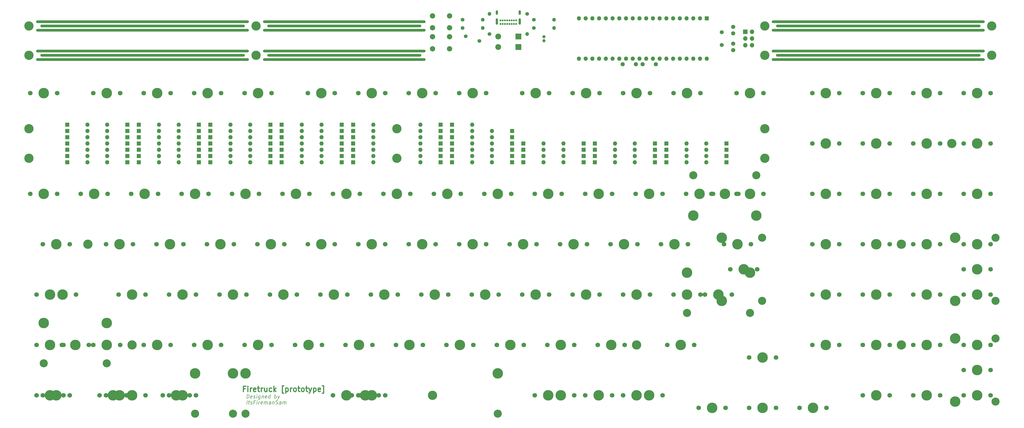
<source format=gbr>
%TF.GenerationSoftware,KiCad,Pcbnew,(6.0.0)*%
%TF.CreationDate,2022-03-15T20:57:22+01:00*%
%TF.ProjectId,pcb,7063622e-6b69-4636-9164-5f7063625858,rev?*%
%TF.SameCoordinates,Original*%
%TF.FileFunction,Soldermask,Top*%
%TF.FilePolarity,Negative*%
%FSLAX46Y46*%
G04 Gerber Fmt 4.6, Leading zero omitted, Abs format (unit mm)*
G04 Created by KiCad (PCBNEW (6.0.0)) date 2022-03-15 20:57:22*
%MOMM*%
%LPD*%
G01*
G04 APERTURE LIST*
%ADD10C,1.000000*%
%ADD11C,0.400000*%
%ADD12C,0.200000*%
%ADD13R,1.600000X1.600000*%
%ADD14O,1.600000X1.600000*%
%ADD15C,3.987800*%
%ADD16C,1.750000*%
%ADD17C,3.500001*%
%ADD18C,3.048000*%
%ADD19C,1.400000*%
%ADD20O,1.400000X1.400000*%
%ADD21C,1.500000*%
%ADD22C,2.000000*%
%ADD23R,1.700000X1.700000*%
%ADD24O,1.700000X1.700000*%
%ADD25C,1.600000*%
%ADD26R,2.200000X2.200000*%
%ADD27O,2.200000X2.200000*%
%ADD28C,0.700000*%
%ADD29O,0.900000X1.700000*%
%ADD30O,0.900000X2.400000*%
%ADD31C,1.200000*%
G04 APERTURE END LIST*
D10*
X467518750Y-146050000D02*
X388143750Y-146050000D01*
X254793750Y-144462500D02*
X197643750Y-144462500D01*
X388143750Y-131762500D02*
X467518750Y-131762500D01*
X388143750Y-134937500D02*
X467518750Y-134937500D01*
X254793750Y-133350000D02*
X197643750Y-133350000D01*
X465931250Y-133350000D02*
X389731250Y-133350000D01*
X196056250Y-134937500D02*
X256381250Y-134937500D01*
X465931250Y-144462500D02*
X389731250Y-144462500D01*
X188118750Y-133350000D02*
X111918750Y-133350000D01*
X110331250Y-131762500D02*
X189706250Y-131762500D01*
X388143750Y-142875000D02*
X467518750Y-142875000D01*
X189706250Y-146050000D02*
X110331250Y-146050000D01*
X196056250Y-146050000D02*
X256381250Y-146050000D01*
X110331250Y-134937500D02*
X189706250Y-134937500D01*
X256381250Y-142875000D02*
X196056250Y-142875000D01*
X256381250Y-131762500D02*
X196056250Y-131762500D01*
X188118750Y-144462500D02*
X111918750Y-144462500D01*
X110331250Y-142875000D02*
X189706250Y-142875000D01*
D11*
X188727857Y-270525892D02*
X188061190Y-270525892D01*
X188061190Y-271573511D02*
X188061190Y-269573511D01*
X189013571Y-269573511D01*
X189775476Y-271573511D02*
X189775476Y-270240178D01*
X189775476Y-269573511D02*
X189680238Y-269668750D01*
X189775476Y-269763988D01*
X189870714Y-269668750D01*
X189775476Y-269573511D01*
X189775476Y-269763988D01*
X190727857Y-271573511D02*
X190727857Y-270240178D01*
X190727857Y-270621130D02*
X190823095Y-270430654D01*
X190918333Y-270335416D01*
X191108809Y-270240178D01*
X191299285Y-270240178D01*
X192727857Y-271478273D02*
X192537380Y-271573511D01*
X192156428Y-271573511D01*
X191965952Y-271478273D01*
X191870714Y-271287797D01*
X191870714Y-270525892D01*
X191965952Y-270335416D01*
X192156428Y-270240178D01*
X192537380Y-270240178D01*
X192727857Y-270335416D01*
X192823095Y-270525892D01*
X192823095Y-270716369D01*
X191870714Y-270906845D01*
X193394523Y-270240178D02*
X194156428Y-270240178D01*
X193680238Y-269573511D02*
X193680238Y-271287797D01*
X193775476Y-271478273D01*
X193965952Y-271573511D01*
X194156428Y-271573511D01*
X194823095Y-271573511D02*
X194823095Y-270240178D01*
X194823095Y-270621130D02*
X194918333Y-270430654D01*
X195013571Y-270335416D01*
X195204047Y-270240178D01*
X195394523Y-270240178D01*
X196918333Y-270240178D02*
X196918333Y-271573511D01*
X196061190Y-270240178D02*
X196061190Y-271287797D01*
X196156428Y-271478273D01*
X196346904Y-271573511D01*
X196632619Y-271573511D01*
X196823095Y-271478273D01*
X196918333Y-271383035D01*
X198727857Y-271478273D02*
X198537380Y-271573511D01*
X198156428Y-271573511D01*
X197965952Y-271478273D01*
X197870714Y-271383035D01*
X197775476Y-271192559D01*
X197775476Y-270621130D01*
X197870714Y-270430654D01*
X197965952Y-270335416D01*
X198156428Y-270240178D01*
X198537380Y-270240178D01*
X198727857Y-270335416D01*
X199585000Y-271573511D02*
X199585000Y-269573511D01*
X199775476Y-270811607D02*
X200346904Y-271573511D01*
X200346904Y-270240178D02*
X199585000Y-271002083D01*
X203299285Y-272240178D02*
X202823095Y-272240178D01*
X202823095Y-269383035D01*
X203299285Y-269383035D01*
X204061190Y-270240178D02*
X204061190Y-272240178D01*
X204061190Y-270335416D02*
X204251666Y-270240178D01*
X204632619Y-270240178D01*
X204823095Y-270335416D01*
X204918333Y-270430654D01*
X205013571Y-270621130D01*
X205013571Y-271192559D01*
X204918333Y-271383035D01*
X204823095Y-271478273D01*
X204632619Y-271573511D01*
X204251666Y-271573511D01*
X204061190Y-271478273D01*
X205870714Y-271573511D02*
X205870714Y-270240178D01*
X205870714Y-270621130D02*
X205965952Y-270430654D01*
X206061190Y-270335416D01*
X206251666Y-270240178D01*
X206442142Y-270240178D01*
X207394523Y-271573511D02*
X207204047Y-271478273D01*
X207108809Y-271383035D01*
X207013571Y-271192559D01*
X207013571Y-270621130D01*
X207108809Y-270430654D01*
X207204047Y-270335416D01*
X207394523Y-270240178D01*
X207680238Y-270240178D01*
X207870714Y-270335416D01*
X207965952Y-270430654D01*
X208061190Y-270621130D01*
X208061190Y-271192559D01*
X207965952Y-271383035D01*
X207870714Y-271478273D01*
X207680238Y-271573511D01*
X207394523Y-271573511D01*
X208632619Y-270240178D02*
X209394523Y-270240178D01*
X208918333Y-269573511D02*
X208918333Y-271287797D01*
X209013571Y-271478273D01*
X209204047Y-271573511D01*
X209394523Y-271573511D01*
X210346904Y-271573511D02*
X210156428Y-271478273D01*
X210061190Y-271383035D01*
X209965952Y-271192559D01*
X209965952Y-270621130D01*
X210061190Y-270430654D01*
X210156428Y-270335416D01*
X210346904Y-270240178D01*
X210632619Y-270240178D01*
X210823095Y-270335416D01*
X210918333Y-270430654D01*
X211013571Y-270621130D01*
X211013571Y-271192559D01*
X210918333Y-271383035D01*
X210823095Y-271478273D01*
X210632619Y-271573511D01*
X210346904Y-271573511D01*
X211585000Y-270240178D02*
X212346904Y-270240178D01*
X211870714Y-269573511D02*
X211870714Y-271287797D01*
X211965952Y-271478273D01*
X212156428Y-271573511D01*
X212346904Y-271573511D01*
X212823095Y-270240178D02*
X213299285Y-271573511D01*
X213775476Y-270240178D02*
X213299285Y-271573511D01*
X213108809Y-272049702D01*
X213013571Y-272144940D01*
X212823095Y-272240178D01*
X214537380Y-270240178D02*
X214537380Y-272240178D01*
X214537380Y-270335416D02*
X214727857Y-270240178D01*
X215108809Y-270240178D01*
X215299285Y-270335416D01*
X215394523Y-270430654D01*
X215489761Y-270621130D01*
X215489761Y-271192559D01*
X215394523Y-271383035D01*
X215299285Y-271478273D01*
X215108809Y-271573511D01*
X214727857Y-271573511D01*
X214537380Y-271478273D01*
X217108809Y-271478273D02*
X216918333Y-271573511D01*
X216537380Y-271573511D01*
X216346904Y-271478273D01*
X216251666Y-271287797D01*
X216251666Y-270525892D01*
X216346904Y-270335416D01*
X216537380Y-270240178D01*
X216918333Y-270240178D01*
X217108809Y-270335416D01*
X217204047Y-270525892D01*
X217204047Y-270716369D01*
X216251666Y-270906845D01*
X217870714Y-272240178D02*
X218346904Y-272240178D01*
X218346904Y-269383035D01*
X217870714Y-269383035D01*
D12*
X189384166Y-274143833D02*
X189559166Y-272743833D01*
X189892500Y-272743833D01*
X190084166Y-272810500D01*
X190200833Y-272943833D01*
X190250833Y-273077166D01*
X190284166Y-273343833D01*
X190259166Y-273543833D01*
X190159166Y-273810500D01*
X190075833Y-273943833D01*
X189925833Y-274077166D01*
X189717500Y-274143833D01*
X189384166Y-274143833D01*
X191325833Y-274077166D02*
X191184166Y-274143833D01*
X190917500Y-274143833D01*
X190792500Y-274077166D01*
X190742500Y-273943833D01*
X190809166Y-273410500D01*
X190892500Y-273277166D01*
X191034166Y-273210500D01*
X191300833Y-273210500D01*
X191425833Y-273277166D01*
X191475833Y-273410500D01*
X191459166Y-273543833D01*
X190775833Y-273677166D01*
X191925833Y-274077166D02*
X192050833Y-274143833D01*
X192317500Y-274143833D01*
X192459166Y-274077166D01*
X192542500Y-273943833D01*
X192550833Y-273877166D01*
X192500833Y-273743833D01*
X192375833Y-273677166D01*
X192175833Y-273677166D01*
X192050833Y-273610500D01*
X192000833Y-273477166D01*
X192009166Y-273410500D01*
X192092500Y-273277166D01*
X192234166Y-273210500D01*
X192434166Y-273210500D01*
X192559166Y-273277166D01*
X193117500Y-274143833D02*
X193234166Y-273210500D01*
X193292500Y-272743833D02*
X193217500Y-272810500D01*
X193275833Y-272877166D01*
X193350833Y-272810500D01*
X193292500Y-272743833D01*
X193275833Y-272877166D01*
X194500833Y-273210500D02*
X194359166Y-274343833D01*
X194275833Y-274477166D01*
X194200833Y-274543833D01*
X194059166Y-274610500D01*
X193859166Y-274610500D01*
X193734166Y-274543833D01*
X194392500Y-274077166D02*
X194250833Y-274143833D01*
X193984166Y-274143833D01*
X193859166Y-274077166D01*
X193800833Y-274010500D01*
X193750833Y-273877166D01*
X193800833Y-273477166D01*
X193884166Y-273343833D01*
X193959166Y-273277166D01*
X194100833Y-273210500D01*
X194367500Y-273210500D01*
X194492500Y-273277166D01*
X195167500Y-273210500D02*
X195050833Y-274143833D01*
X195150833Y-273343833D02*
X195225833Y-273277166D01*
X195367500Y-273210500D01*
X195567500Y-273210500D01*
X195692500Y-273277166D01*
X195742500Y-273410500D01*
X195650833Y-274143833D01*
X196859166Y-274077166D02*
X196717500Y-274143833D01*
X196450833Y-274143833D01*
X196325833Y-274077166D01*
X196275833Y-273943833D01*
X196342500Y-273410500D01*
X196425833Y-273277166D01*
X196567500Y-273210500D01*
X196834166Y-273210500D01*
X196959166Y-273277166D01*
X197009166Y-273410500D01*
X196992500Y-273543833D01*
X196309166Y-273677166D01*
X198117500Y-274143833D02*
X198292500Y-272743833D01*
X198125833Y-274077166D02*
X197984166Y-274143833D01*
X197717500Y-274143833D01*
X197592500Y-274077166D01*
X197534166Y-274010500D01*
X197484166Y-273877166D01*
X197534166Y-273477166D01*
X197617500Y-273343833D01*
X197692500Y-273277166D01*
X197834166Y-273210500D01*
X198100833Y-273210500D01*
X198225833Y-273277166D01*
X199850833Y-274143833D02*
X200025833Y-272743833D01*
X199959166Y-273277166D02*
X200100833Y-273210500D01*
X200367500Y-273210500D01*
X200492500Y-273277166D01*
X200550833Y-273343833D01*
X200600833Y-273477166D01*
X200550833Y-273877166D01*
X200467500Y-274010500D01*
X200392500Y-274077166D01*
X200250833Y-274143833D01*
X199984166Y-274143833D01*
X199859166Y-274077166D01*
X201100833Y-273210500D02*
X201317500Y-274143833D01*
X201767500Y-273210500D02*
X201317500Y-274143833D01*
X201142500Y-274477166D01*
X201067500Y-274543833D01*
X200925833Y-274610500D01*
X189384166Y-276397833D02*
X189559166Y-274997833D01*
X189967500Y-275464500D02*
X190500833Y-275464500D01*
X190225833Y-274997833D02*
X190075833Y-276197833D01*
X190125833Y-276331166D01*
X190250833Y-276397833D01*
X190384166Y-276397833D01*
X190792500Y-276331166D02*
X190917500Y-276397833D01*
X191184166Y-276397833D01*
X191325833Y-276331166D01*
X191409166Y-276197833D01*
X191417500Y-276131166D01*
X191367500Y-275997833D01*
X191242500Y-275931166D01*
X191042500Y-275931166D01*
X190917500Y-275864500D01*
X190867500Y-275731166D01*
X190875833Y-275664500D01*
X190959166Y-275531166D01*
X191100833Y-275464500D01*
X191300833Y-275464500D01*
X191425833Y-275531166D01*
X192542500Y-275664500D02*
X192075833Y-275664500D01*
X191984166Y-276397833D02*
X192159166Y-274997833D01*
X192825833Y-274997833D01*
X193184166Y-276397833D02*
X193300833Y-275464500D01*
X193359166Y-274997833D02*
X193284166Y-275064500D01*
X193342500Y-275131166D01*
X193417500Y-275064500D01*
X193359166Y-274997833D01*
X193342500Y-275131166D01*
X193850833Y-276397833D02*
X193967500Y-275464500D01*
X193934166Y-275731166D02*
X194017500Y-275597833D01*
X194092500Y-275531166D01*
X194234166Y-275464500D01*
X194367500Y-275464500D01*
X195259166Y-276331166D02*
X195117500Y-276397833D01*
X194850833Y-276397833D01*
X194725833Y-276331166D01*
X194675833Y-276197833D01*
X194742500Y-275664500D01*
X194825833Y-275531166D01*
X194967500Y-275464500D01*
X195234166Y-275464500D01*
X195359166Y-275531166D01*
X195409166Y-275664500D01*
X195392500Y-275797833D01*
X194709166Y-275931166D01*
X195917500Y-276397833D02*
X196034166Y-275464500D01*
X196017500Y-275597833D02*
X196092500Y-275531166D01*
X196234166Y-275464500D01*
X196434166Y-275464500D01*
X196559166Y-275531166D01*
X196609166Y-275664500D01*
X196517500Y-276397833D01*
X196609166Y-275664500D02*
X196692500Y-275531166D01*
X196834166Y-275464500D01*
X197034166Y-275464500D01*
X197159166Y-275531166D01*
X197209166Y-275664500D01*
X197117500Y-276397833D01*
X198384166Y-276397833D02*
X198475833Y-275664500D01*
X198425833Y-275531166D01*
X198300833Y-275464500D01*
X198034166Y-275464500D01*
X197892500Y-275531166D01*
X198392500Y-276331166D02*
X198250833Y-276397833D01*
X197917500Y-276397833D01*
X197792500Y-276331166D01*
X197742500Y-276197833D01*
X197759166Y-276064500D01*
X197842500Y-275931166D01*
X197984166Y-275864500D01*
X198317500Y-275864500D01*
X198459166Y-275797833D01*
X199167500Y-275464500D02*
X199050833Y-276397833D01*
X199150833Y-275597833D02*
X199225833Y-275531166D01*
X199367500Y-275464500D01*
X199567500Y-275464500D01*
X199692500Y-275531166D01*
X199742500Y-275664500D01*
X199650833Y-276397833D01*
X200259166Y-276331166D02*
X200450833Y-276397833D01*
X200784166Y-276397833D01*
X200925833Y-276331166D01*
X201000833Y-276264500D01*
X201084166Y-276131166D01*
X201100833Y-275997833D01*
X201050833Y-275864500D01*
X200992500Y-275797833D01*
X200867500Y-275731166D01*
X200609166Y-275664500D01*
X200484166Y-275597833D01*
X200425833Y-275531166D01*
X200375833Y-275397833D01*
X200392500Y-275264500D01*
X200475833Y-275131166D01*
X200550833Y-275064500D01*
X200692500Y-274997833D01*
X201025833Y-274997833D01*
X201217500Y-275064500D01*
X202250833Y-276397833D02*
X202342500Y-275664500D01*
X202292500Y-275531166D01*
X202167500Y-275464500D01*
X201900833Y-275464500D01*
X201759166Y-275531166D01*
X202259166Y-276331166D02*
X202117500Y-276397833D01*
X201784166Y-276397833D01*
X201659166Y-276331166D01*
X201609166Y-276197833D01*
X201625833Y-276064500D01*
X201709166Y-275931166D01*
X201850833Y-275864500D01*
X202184166Y-275864500D01*
X202325833Y-275797833D01*
X202917500Y-276397833D02*
X203034166Y-275464500D01*
X203017500Y-275597833D02*
X203092500Y-275531166D01*
X203234166Y-275464500D01*
X203434166Y-275464500D01*
X203559166Y-275531166D01*
X203609166Y-275664500D01*
X203517500Y-276397833D01*
X203609166Y-275664500D02*
X203692500Y-275531166D01*
X203834166Y-275464500D01*
X204034166Y-275464500D01*
X204159166Y-275531166D01*
X204209166Y-275664500D01*
X204117500Y-276397833D01*
D13*
%TO.C,D104*%
X289560000Y-182562500D03*
D14*
X281940000Y-182562500D03*
%TD*%
D15*
%TO.C,SW22*%
X465137500Y-177800000D03*
D16*
X460057500Y-177800000D03*
X470217500Y-177800000D03*
%TD*%
D17*
%TO.C,MH2*%
X259556250Y-273050000D03*
%TD*%
D15*
%TO.C,SW106*%
X303212500Y-273050000D03*
D16*
X298132500Y-273050000D03*
X308292500Y-273050000D03*
%TD*%
D15*
%TO.C,SW122*%
X236537500Y-273050000D03*
D18*
X284162500Y-280035000D03*
X188912500Y-280035000D03*
D15*
X188912500Y-264795000D03*
D16*
X241617500Y-273050000D03*
D15*
X284162500Y-264795000D03*
D16*
X231457500Y-273050000D03*
%TD*%
D13*
%TO.C,D14*%
X121602500Y-184943750D03*
D14*
X129222500Y-184943750D03*
%TD*%
D13*
%TO.C,D79*%
X262572500Y-182562500D03*
D14*
X254952500Y-182562500D03*
%TD*%
D13*
%TO.C,D75*%
X347821250Y-180181250D03*
D14*
X355441250Y-180181250D03*
%TD*%
D13*
%TO.C,D62*%
X225266250Y-182562500D03*
D14*
X217646250Y-182562500D03*
%TD*%
D16*
%TO.C,SW48*%
X212407500Y-215900000D03*
X222567500Y-215900000D03*
D15*
X217487500Y-215900000D03*
%TD*%
D17*
%TO.C,MH2*%
X246062500Y-183356250D03*
%TD*%
D13*
%TO.C,D30*%
X148590000Y-175418750D03*
D14*
X156210000Y-175418750D03*
%TD*%
D13*
%TO.C,D22*%
X316547500Y-184943750D03*
D14*
X308927500Y-184943750D03*
%TD*%
D17*
%TO.C,MH2*%
X470693750Y-144462500D03*
%TD*%
D13*
%TO.C,D31*%
X171291250Y-175418750D03*
D14*
X163671250Y-175418750D03*
%TD*%
D17*
%TO.C,MH2*%
X107156250Y-183356250D03*
%TD*%
D15*
%TO.C,SW82*%
X136525000Y-245745000D03*
X112712500Y-245745000D03*
D16*
X129698750Y-254000000D03*
D15*
X124618750Y-254000000D03*
D18*
X136525000Y-260985000D03*
D16*
X119538750Y-254000000D03*
D18*
X112712500Y-260985000D03*
%TD*%
D16*
%TO.C,SW47*%
X193357500Y-215900000D03*
D15*
X198437500Y-215900000D03*
D16*
X203517500Y-215900000D03*
%TD*%
D19*
%TO.C,R5*%
X297815000Y-130968750D03*
D20*
X305435000Y-130968750D03*
%TD*%
D16*
%TO.C,SW49*%
X241617500Y-215900000D03*
X231457500Y-215900000D03*
D15*
X236537500Y-215900000D03*
%TD*%
D17*
%TO.C,MH2*%
X384968750Y-172243750D03*
%TD*%
D13*
%TO.C,D102*%
X289560000Y-180181250D03*
D14*
X281940000Y-180181250D03*
%TD*%
D16*
%TO.C,SW108*%
X346392500Y-273050000D03*
D15*
X341312500Y-273050000D03*
D16*
X336232500Y-273050000D03*
%TD*%
%TO.C,SW7*%
X231457500Y-158750000D03*
X241617500Y-158750000D03*
D15*
X236537500Y-158750000D03*
%TD*%
D16*
%TO.C,SW102*%
X120173750Y-273050000D03*
D15*
X115093750Y-273050000D03*
D16*
X110013750Y-273050000D03*
%TD*%
D13*
%TO.C,D72*%
X225266250Y-170656250D03*
D14*
X217646250Y-170656250D03*
%TD*%
D13*
%TO.C,D27*%
X171291250Y-180181250D03*
D14*
X163671250Y-180181250D03*
%TD*%
D13*
%TO.C,D1*%
X144303750Y-170656250D03*
D14*
X136683750Y-170656250D03*
%TD*%
D15*
%TO.C,SW58*%
X427037500Y-215900000D03*
D16*
X432117500Y-215900000D03*
X421957500Y-215900000D03*
%TD*%
D13*
%TO.C,D84*%
X229552500Y-184943750D03*
D14*
X237172500Y-184943750D03*
%TD*%
D15*
%TO.C,SW113*%
X446087500Y-273050000D03*
D16*
X441007500Y-273050000D03*
X451167500Y-273050000D03*
%TD*%
D13*
%TO.C,D107*%
X289560000Y-173037500D03*
D14*
X281940000Y-173037500D03*
%TD*%
D15*
%TO.C,SW61*%
X456882500Y-237363000D03*
D16*
X460057500Y-225425000D03*
D15*
X465137500Y-225425000D03*
D18*
X472122500Y-213487000D03*
D16*
X470217500Y-225425000D03*
D18*
X472122500Y-237363000D03*
D15*
X456882500Y-213487000D03*
%TD*%
D16*
%TO.C,SW5*%
X198755000Y-158750000D03*
D15*
X193675000Y-158750000D03*
D16*
X188595000Y-158750000D03*
%TD*%
D13*
%TO.C,D3*%
X144303750Y-184943750D03*
D14*
X136683750Y-184943750D03*
%TD*%
D15*
%TO.C,SW111*%
X403225000Y-277812500D03*
D16*
X398145000Y-277812500D03*
X408305000Y-277812500D03*
%TD*%
D13*
%TO.C,D32*%
X148590000Y-177800000D03*
D14*
X156210000Y-177800000D03*
%TD*%
D16*
%TO.C,SW38*%
X384492500Y-196850000D03*
D15*
X379412500Y-196850000D03*
D16*
X374332500Y-196850000D03*
%TD*%
%TO.C,SW87*%
X217805000Y-254000000D03*
X207645000Y-254000000D03*
D15*
X212725000Y-254000000D03*
%TD*%
D16*
%TO.C,SW78*%
X441007500Y-234950000D03*
D15*
X446087500Y-234950000D03*
D16*
X451167500Y-234950000D03*
%TD*%
%TO.C,SW97*%
X421957500Y-254000000D03*
X432117500Y-254000000D03*
D15*
X427037500Y-254000000D03*
%TD*%
D19*
%TO.C,R3*%
X280987500Y-136366250D03*
D20*
X280987500Y-128746250D03*
%TD*%
D17*
%TO.C,MH2*%
X107156250Y-133350000D03*
%TD*%
D13*
%TO.C,D57*%
X343535000Y-180181250D03*
D14*
X335915000Y-180181250D03*
%TD*%
D13*
%TO.C,D103*%
X266858750Y-177800000D03*
D14*
X274478750Y-177800000D03*
%TD*%
D21*
%TO.C,Y1*%
X368756250Y-140562500D03*
X368756250Y-135682500D03*
%TD*%
D16*
%TO.C,SW32*%
X270192500Y-196850000D03*
X260032500Y-196850000D03*
D15*
X265112500Y-196850000D03*
%TD*%
D16*
%TO.C,SW86*%
X188595000Y-254000000D03*
D15*
X193675000Y-254000000D03*
D16*
X198755000Y-254000000D03*
%TD*%
D13*
%TO.C,D91*%
X370522500Y-177800000D03*
D14*
X362902500Y-177800000D03*
%TD*%
D16*
%TO.C,SW34*%
X298132500Y-196850000D03*
X308292500Y-196850000D03*
D15*
X303212500Y-196850000D03*
%TD*%
%TO.C,SW52*%
X293687500Y-215900000D03*
D16*
X288607500Y-215900000D03*
X298767500Y-215900000D03*
%TD*%
%TO.C,SW54*%
X336867500Y-215900000D03*
D15*
X331787500Y-215900000D03*
D16*
X326707500Y-215900000D03*
%TD*%
D13*
%TO.C,D82*%
X229552500Y-182562500D03*
D14*
X237172500Y-182562500D03*
%TD*%
D15*
%TO.C,SW20*%
X427037500Y-177800000D03*
D16*
X432117500Y-177800000D03*
X421957500Y-177800000D03*
%TD*%
%TO.C,SW15*%
X402907500Y-158750000D03*
X413067500Y-158750000D03*
D15*
X407987500Y-158750000D03*
%TD*%
D13*
%TO.C,D12*%
X121602500Y-182562500D03*
D14*
X129222500Y-182562500D03*
%TD*%
D16*
%TO.C,SW37*%
X364807500Y-196850000D03*
D15*
X369887500Y-196850000D03*
D16*
X374967500Y-196850000D03*
D15*
X357981250Y-205105000D03*
D18*
X357981250Y-189865000D03*
X381793750Y-189865000D03*
D15*
X381793750Y-205105000D03*
%TD*%
D13*
%TO.C,D93*%
X370522500Y-182562500D03*
D14*
X362902500Y-182562500D03*
%TD*%
D22*
%TO.C,SW124*%
X265981250Y-134012500D03*
X259481250Y-134012500D03*
X265981250Y-129512500D03*
X259481250Y-129512500D03*
%TD*%
D15*
%TO.C,SW3*%
X155575000Y-158750000D03*
D16*
X160655000Y-158750000D03*
X150495000Y-158750000D03*
%TD*%
D13*
%TO.C,D63*%
X202565000Y-182562500D03*
D14*
X210185000Y-182562500D03*
%TD*%
D13*
%TO.C,D86*%
X229552500Y-173037500D03*
D14*
X237172500Y-173037500D03*
%TD*%
D15*
%TO.C,SW30*%
X227012500Y-196850000D03*
D16*
X221932500Y-196850000D03*
X232092500Y-196850000D03*
%TD*%
D13*
%TO.C,D36*%
X148590000Y-182562500D03*
D14*
X156210000Y-182562500D03*
%TD*%
D15*
%TO.C,SW31*%
X246062500Y-196850000D03*
D16*
X240982500Y-196850000D03*
X251142500Y-196850000D03*
%TD*%
D13*
%TO.C,D8*%
X121602500Y-177800000D03*
D14*
X129222500Y-177800000D03*
%TD*%
D16*
%TO.C,SW69*%
X236220000Y-234950000D03*
X246380000Y-234950000D03*
D15*
X241300000Y-234950000D03*
%TD*%
D13*
%TO.C,D21*%
X316547500Y-182562500D03*
D14*
X308927500Y-182562500D03*
%TD*%
D13*
%TO.C,D80*%
X229552500Y-180181250D03*
D14*
X237172500Y-180181250D03*
%TD*%
D13*
%TO.C,D78*%
X229552500Y-177800000D03*
D14*
X237172500Y-177800000D03*
%TD*%
D15*
%TO.C,SW94*%
X353218750Y-254000000D03*
D16*
X358298750Y-254000000D03*
X348138750Y-254000000D03*
%TD*%
%TO.C,SW11*%
X322580000Y-158750000D03*
D15*
X317500000Y-158750000D03*
D16*
X312420000Y-158750000D03*
%TD*%
%TO.C,SW107*%
X327342500Y-273050000D03*
X317182500Y-273050000D03*
D15*
X322262500Y-273050000D03*
%TD*%
D13*
%TO.C,D96*%
X289560000Y-184943750D03*
D14*
X281940000Y-184943750D03*
%TD*%
D16*
%TO.C,SW116*%
X146367500Y-273050000D03*
X136207500Y-273050000D03*
D15*
X141287500Y-273050000D03*
%TD*%
%TO.C,SW95*%
X384175000Y-258762500D03*
D16*
X389255000Y-258762500D03*
X379095000Y-258762500D03*
%TD*%
%TO.C,SW51*%
X269557500Y-215900000D03*
D15*
X274637500Y-215900000D03*
D16*
X279717500Y-215900000D03*
%TD*%
%TO.C,SW45*%
X155257500Y-215900000D03*
D15*
X160337500Y-215900000D03*
D16*
X165417500Y-215900000D03*
%TD*%
D17*
%TO.C,MH2*%
X192881250Y-133350000D03*
%TD*%
D13*
%TO.C,D73*%
X347821250Y-184943750D03*
D14*
X355441250Y-184943750D03*
%TD*%
D17*
%TO.C,MH2*%
X436562500Y-215900000D03*
%TD*%
D16*
%TO.C,SW14*%
X384492500Y-158750000D03*
D15*
X379412500Y-158750000D03*
D16*
X374332500Y-158750000D03*
%TD*%
D13*
%TO.C,D88*%
X229552500Y-175418750D03*
D14*
X237172500Y-175418750D03*
%TD*%
D15*
%TO.C,SW35*%
X322262500Y-196850000D03*
D16*
X317182500Y-196850000D03*
X327342500Y-196850000D03*
%TD*%
%TO.C,SW41*%
X451167500Y-196850000D03*
X441007500Y-196850000D03*
D15*
X446087500Y-196850000D03*
%TD*%
D13*
%TO.C,D50*%
X198278750Y-175418750D03*
D14*
X190658750Y-175418750D03*
%TD*%
D15*
%TO.C,SW39*%
X407987500Y-196850000D03*
D16*
X402907500Y-196850000D03*
X413067500Y-196850000D03*
%TD*%
D23*
%TO.C,J2*%
X377656250Y-135587500D03*
D24*
X380196250Y-135587500D03*
X377656250Y-138127500D03*
X380196250Y-138127500D03*
X377656250Y-140667500D03*
X380196250Y-140667500D03*
%TD*%
D15*
%TO.C,SW85*%
X174625000Y-254000000D03*
D16*
X179705000Y-254000000D03*
X169545000Y-254000000D03*
%TD*%
D13*
%TO.C,D83*%
X262572500Y-177800000D03*
D14*
X254952500Y-177800000D03*
%TD*%
D15*
%TO.C,SW21*%
X446087500Y-177800000D03*
D16*
X451167500Y-177800000D03*
X441007500Y-177800000D03*
%TD*%
D13*
%TO.C,D9*%
X144303750Y-177800000D03*
D14*
X136683750Y-177800000D03*
%TD*%
D15*
%TO.C,SW93*%
X327025000Y-254000000D03*
D16*
X321945000Y-254000000D03*
X332105000Y-254000000D03*
%TD*%
%TO.C,SW71*%
X274320000Y-234950000D03*
X284480000Y-234950000D03*
D15*
X279400000Y-234950000D03*
%TD*%
D13*
%TO.C,D47*%
X175577500Y-170656250D03*
D14*
X183197500Y-170656250D03*
%TD*%
D15*
%TO.C,SW121*%
X146050000Y-273050000D03*
D16*
X151130000Y-273050000D03*
X140970000Y-273050000D03*
%TD*%
%TO.C,SW6*%
X222567500Y-158750000D03*
D15*
X217487500Y-158750000D03*
D16*
X212407500Y-158750000D03*
%TD*%
%TO.C,SW33*%
X279082500Y-196850000D03*
D15*
X284162500Y-196850000D03*
D16*
X289242500Y-196850000D03*
%TD*%
D25*
%TO.C,C4*%
X373062500Y-142537500D03*
X373062500Y-140037500D03*
%TD*%
D13*
%TO.C,U1*%
X363056250Y-130487500D03*
D14*
X360516250Y-130487500D03*
X357976250Y-130487500D03*
X355436250Y-130487500D03*
X352896250Y-130487500D03*
X350356250Y-130487500D03*
X347816250Y-130487500D03*
X345276250Y-130487500D03*
X342736250Y-130487500D03*
X340196250Y-130487500D03*
X337656250Y-130487500D03*
X335116250Y-130487500D03*
X332576250Y-130487500D03*
X330036250Y-130487500D03*
X327496250Y-130487500D03*
X324956250Y-130487500D03*
X322416250Y-130487500D03*
X319876250Y-130487500D03*
X317336250Y-130487500D03*
X314796250Y-130487500D03*
X314796250Y-145727500D03*
X317336250Y-145727500D03*
X319876250Y-145727500D03*
X322416250Y-145727500D03*
X324956250Y-145727500D03*
X327496250Y-145727500D03*
X330036250Y-145727500D03*
X332576250Y-145727500D03*
X335116250Y-145727500D03*
X337656250Y-145727500D03*
X340196250Y-145727500D03*
X342736250Y-145727500D03*
X345276250Y-145727500D03*
X347816250Y-145727500D03*
X350356250Y-145727500D03*
X352896250Y-145727500D03*
X355436250Y-145727500D03*
X357976250Y-145727500D03*
X360516250Y-145727500D03*
X363056250Y-145727500D03*
%TD*%
D16*
%TO.C,SW88*%
X226695000Y-254000000D03*
D15*
X231775000Y-254000000D03*
D16*
X236855000Y-254000000D03*
%TD*%
D13*
%TO.C,D74*%
X347821250Y-182562500D03*
D14*
X355441250Y-182562500D03*
%TD*%
D13*
%TO.C,D4*%
X121602500Y-173037500D03*
D14*
X129222500Y-173037500D03*
%TD*%
D15*
%TO.C,SW120*%
X336550000Y-273050000D03*
D16*
X341630000Y-273050000D03*
X331470000Y-273050000D03*
%TD*%
D15*
%TO.C,SW105*%
X184156350Y-264795000D03*
D18*
X284156150Y-280035000D03*
D16*
X229076250Y-273050000D03*
X239236250Y-273050000D03*
D15*
X284156150Y-264795000D03*
X234156250Y-273050000D03*
D18*
X184156350Y-280035000D03*
%TD*%
D16*
%TO.C,SW64*%
X140970000Y-234950000D03*
X151130000Y-234950000D03*
D15*
X146050000Y-234950000D03*
%TD*%
D16*
%TO.C,SW70*%
X255270000Y-234950000D03*
D15*
X260350000Y-234950000D03*
D16*
X265430000Y-234950000D03*
%TD*%
D13*
%TO.C,D100*%
X289560000Y-177800000D03*
D14*
X281940000Y-177800000D03*
%TD*%
D13*
%TO.C,D65*%
X202565000Y-184943750D03*
D14*
X210185000Y-184943750D03*
%TD*%
D15*
%TO.C,SW59*%
X446087500Y-215900000D03*
D16*
X441007500Y-215900000D03*
X451167500Y-215900000D03*
%TD*%
D15*
%TO.C,SW8*%
X255587500Y-158750000D03*
D16*
X250507500Y-158750000D03*
X260667500Y-158750000D03*
%TD*%
D17*
%TO.C,MH2*%
X146050000Y-254000000D03*
%TD*%
D16*
%TO.C,SW68*%
X217170000Y-234950000D03*
D15*
X222250000Y-234950000D03*
D16*
X227330000Y-234950000D03*
%TD*%
D13*
%TO.C,D70*%
X225266250Y-173037500D03*
D14*
X217646250Y-173037500D03*
%TD*%
D16*
%TO.C,SW73*%
X312420000Y-234950000D03*
D15*
X317500000Y-234950000D03*
D16*
X322580000Y-234950000D03*
%TD*%
D26*
%TO.C,D109*%
X291941250Y-137318750D03*
D27*
X284321250Y-137318750D03*
%TD*%
D16*
%TO.C,SW110*%
X389255000Y-277812500D03*
X379095000Y-277812500D03*
D15*
X384175000Y-277812500D03*
%TD*%
D19*
%TO.C,R4*%
X297815000Y-134143750D03*
D20*
X305435000Y-134143750D03*
%TD*%
D13*
%TO.C,D28*%
X148590000Y-173037500D03*
D14*
X156210000Y-173037500D03*
%TD*%
D15*
%TO.C,SW119*%
X307975000Y-273050000D03*
D16*
X302895000Y-273050000D03*
X313055000Y-273050000D03*
%TD*%
%TO.C,SW66*%
X179070000Y-234950000D03*
X189230000Y-234950000D03*
D15*
X184150000Y-234950000D03*
%TD*%
D13*
%TO.C,D71*%
X202565000Y-177800000D03*
D14*
X210185000Y-177800000D03*
%TD*%
D16*
%TO.C,SW53*%
X317817500Y-215900000D03*
D15*
X312737500Y-215900000D03*
D16*
X307657500Y-215900000D03*
%TD*%
D15*
%TO.C,SW80*%
X115093750Y-234950000D03*
D16*
X120173750Y-234950000D03*
X110013750Y-234950000D03*
%TD*%
D25*
%TO.C,C3*%
X336308129Y-147870000D03*
X331308129Y-147870000D03*
%TD*%
D16*
%TO.C,SW42*%
X460057500Y-196850000D03*
X470217500Y-196850000D03*
D15*
X465137500Y-196850000D03*
%TD*%
D13*
%TO.C,D77*%
X262572500Y-184943750D03*
D14*
X254952500Y-184943750D03*
%TD*%
D16*
%TO.C,SW18*%
X470217500Y-158750000D03*
D15*
X465137500Y-158750000D03*
D16*
X460057500Y-158750000D03*
%TD*%
D13*
%TO.C,D40*%
X320833750Y-180181250D03*
D14*
X328453750Y-180181250D03*
%TD*%
D16*
%TO.C,SW98*%
X441007500Y-254000000D03*
X451167500Y-254000000D03*
D15*
X446087500Y-254000000D03*
%TD*%
D28*
%TO.C,J1*%
X291106250Y-132612500D03*
X290256250Y-132612500D03*
X289406250Y-132612500D03*
X288556250Y-132612500D03*
X287706250Y-132612500D03*
X286856250Y-132612500D03*
X286006250Y-132612500D03*
X285156250Y-132612500D03*
X285156250Y-131262500D03*
X286006250Y-131262500D03*
X286856250Y-131262500D03*
X287706250Y-131262500D03*
X288556250Y-131262500D03*
X289406250Y-131262500D03*
X290256250Y-131262500D03*
X291106250Y-131262500D03*
D29*
X283806250Y-128252500D03*
D30*
X283806250Y-131632500D03*
X292456250Y-131632500D03*
D29*
X292456250Y-128252500D03*
%TD*%
D16*
%TO.C,SW77*%
X421957500Y-234950000D03*
X432117500Y-234950000D03*
D15*
X427037500Y-234950000D03*
%TD*%
D16*
%TO.C,SW76*%
X413067500Y-234950000D03*
X402907500Y-234950000D03*
D15*
X407987500Y-234950000D03*
%TD*%
D13*
%TO.C,D5*%
X144303750Y-182562500D03*
D14*
X136683750Y-182562500D03*
%TD*%
D15*
%TO.C,SW81*%
X355600000Y-234950000D03*
D16*
X350520000Y-234950000D03*
X360680000Y-234950000D03*
%TD*%
D17*
%TO.C,MH2*%
X384968750Y-183356250D03*
%TD*%
D16*
%TO.C,SW103*%
X143986250Y-273050000D03*
D15*
X138906250Y-273050000D03*
D16*
X133826250Y-273050000D03*
%TD*%
D13*
%TO.C,D48*%
X198278750Y-177800000D03*
D14*
X190658750Y-177800000D03*
%TD*%
D17*
%TO.C,MH2*%
X107156250Y-172243750D03*
%TD*%
D15*
%TO.C,SW27*%
X169862500Y-196850000D03*
D16*
X174942500Y-196850000D03*
X164782500Y-196850000D03*
%TD*%
%TO.C,SW13*%
X350520000Y-158750000D03*
D15*
X355600000Y-158750000D03*
D16*
X360680000Y-158750000D03*
%TD*%
%TO.C,SW60*%
X460057500Y-215900000D03*
X470217500Y-215900000D03*
D15*
X465137500Y-215900000D03*
%TD*%
D13*
%TO.C,D6*%
X121602500Y-175418750D03*
D14*
X129222500Y-175418750D03*
%TD*%
D13*
%TO.C,D25*%
X171291250Y-182562500D03*
D14*
X163671250Y-182562500D03*
%TD*%
D13*
%TO.C,D26*%
X148590000Y-170656250D03*
D14*
X156210000Y-170656250D03*
%TD*%
D16*
%TO.C,SW79*%
X470217500Y-234950000D03*
X460057500Y-234950000D03*
D15*
X465137500Y-234950000D03*
%TD*%
%TO.C,SW40*%
X427037500Y-196850000D03*
D16*
X421957500Y-196850000D03*
X432117500Y-196850000D03*
%TD*%
D13*
%TO.C,D56*%
X343535000Y-177800000D03*
D14*
X335915000Y-177800000D03*
%TD*%
D16*
%TO.C,SW92*%
X302895000Y-254000000D03*
D15*
X307975000Y-254000000D03*
D16*
X313055000Y-254000000D03*
%TD*%
D15*
%TO.C,SW83*%
X136525000Y-254000000D03*
D16*
X141605000Y-254000000D03*
X131445000Y-254000000D03*
%TD*%
%TO.C,SW36*%
X336232500Y-196850000D03*
D15*
X341312500Y-196850000D03*
D16*
X346392500Y-196850000D03*
%TD*%
D15*
%TO.C,SW1*%
X112712500Y-158750000D03*
D16*
X107632500Y-158750000D03*
X117792500Y-158750000D03*
%TD*%
%TO.C,SW10*%
X293370000Y-158750000D03*
X303530000Y-158750000D03*
D15*
X298450000Y-158750000D03*
%TD*%
D19*
%TO.C,R1*%
X295275000Y-128746250D03*
D20*
X295275000Y-136366250D03*
%TD*%
D13*
%TO.C,D87*%
X262572500Y-173037500D03*
D14*
X254952500Y-173037500D03*
%TD*%
D19*
%TO.C,R6*%
X270827500Y-130968750D03*
D20*
X278447500Y-130968750D03*
%TD*%
D13*
%TO.C,D11*%
X144303750Y-175418750D03*
D14*
X136683750Y-175418750D03*
%TD*%
D16*
%TO.C,SW2*%
X141605000Y-158750000D03*
X131445000Y-158750000D03*
D15*
X136525000Y-158750000D03*
%TD*%
D13*
%TO.C,D29*%
X171291250Y-177800000D03*
D14*
X163671250Y-177800000D03*
%TD*%
D22*
%TO.C,SW123*%
X259481250Y-141950000D03*
X265981250Y-141950000D03*
X259481250Y-137450000D03*
X265981250Y-137450000D03*
%TD*%
D13*
%TO.C,D92*%
X370522500Y-180181250D03*
D14*
X362902500Y-180181250D03*
%TD*%
D15*
%TO.C,SW74*%
X336550000Y-234950000D03*
D16*
X341630000Y-234950000D03*
X331470000Y-234950000D03*
%TD*%
D13*
%TO.C,D33*%
X171291250Y-173037500D03*
D14*
X163671250Y-173037500D03*
%TD*%
D13*
%TO.C,D81*%
X262572500Y-180181250D03*
D14*
X254952500Y-180181250D03*
%TD*%
D13*
%TO.C,D46*%
X198278750Y-180181250D03*
D14*
X190658750Y-180181250D03*
%TD*%
D15*
%TO.C,SW62*%
X377031250Y-225425000D03*
D18*
X384016250Y-237363000D03*
D16*
X371951250Y-225425000D03*
D18*
X384016250Y-213487000D03*
D15*
X368776250Y-237363000D03*
D16*
X382111250Y-225425000D03*
D15*
X368776250Y-213487000D03*
%TD*%
D16*
%TO.C,SW28*%
X183832500Y-196850000D03*
X193992500Y-196850000D03*
D15*
X188912500Y-196850000D03*
%TD*%
D17*
%TO.C,MH2*%
X470693750Y-133350000D03*
%TD*%
D13*
%TO.C,D97*%
X266858750Y-182562500D03*
D14*
X274478750Y-182562500D03*
%TD*%
D16*
%TO.C,SW115*%
X112395000Y-273050000D03*
X122555000Y-273050000D03*
D15*
X117475000Y-273050000D03*
%TD*%
D16*
%TO.C,SW12*%
X331470000Y-158750000D03*
X341630000Y-158750000D03*
D15*
X336550000Y-158750000D03*
%TD*%
%TO.C,SW104*%
X162718750Y-273050000D03*
D16*
X167798750Y-273050000D03*
X157638750Y-273050000D03*
%TD*%
D19*
%TO.C,F1*%
X277187500Y-139012500D03*
X272087500Y-137212500D03*
%TD*%
D25*
%TO.C,C2*%
X338812500Y-147870000D03*
X343812500Y-147870000D03*
%TD*%
D13*
%TO.C,D17*%
X293846250Y-182562500D03*
D14*
X301466250Y-182562500D03*
%TD*%
D15*
%TO.C,SW43*%
X117475000Y-215900000D03*
D16*
X112395000Y-215900000D03*
X122555000Y-215900000D03*
%TD*%
%TO.C,SW101*%
X470217500Y-263525000D03*
D15*
X456882500Y-275463000D03*
D16*
X460057500Y-263525000D03*
D15*
X465137500Y-263525000D03*
D18*
X472122500Y-251587000D03*
X472122500Y-275463000D03*
D15*
X456882500Y-251587000D03*
%TD*%
D13*
%TO.C,D98*%
X266858750Y-180181250D03*
D14*
X274478750Y-180181250D03*
%TD*%
D13*
%TO.C,D15*%
X293846250Y-177800000D03*
D14*
X301466250Y-177800000D03*
%TD*%
D15*
%TO.C,SW44*%
X141287500Y-215900000D03*
D16*
X136207500Y-215900000D03*
X146367500Y-215900000D03*
%TD*%
%TO.C,SW24*%
X107632500Y-196850000D03*
D15*
X112712500Y-196850000D03*
D16*
X117792500Y-196850000D03*
%TD*%
D15*
%TO.C,SW117*%
X165100000Y-273050000D03*
D16*
X160020000Y-273050000D03*
X170180000Y-273050000D03*
%TD*%
D17*
%TO.C,MH2*%
X384968750Y-133350000D03*
%TD*%
%TO.C,MH2*%
X384968750Y-144462500D03*
%TD*%
D13*
%TO.C,D54*%
X198278750Y-170656250D03*
D14*
X190658750Y-170656250D03*
%TD*%
D16*
%TO.C,SW89*%
X255905000Y-254000000D03*
D15*
X250825000Y-254000000D03*
D16*
X245745000Y-254000000D03*
%TD*%
%TO.C,SW67*%
X208280000Y-234950000D03*
D15*
X203200000Y-234950000D03*
D16*
X198120000Y-234950000D03*
%TD*%
%TO.C,SW17*%
X451167500Y-158750000D03*
X441007500Y-158750000D03*
D15*
X446087500Y-158750000D03*
%TD*%
D13*
%TO.C,D51*%
X175577500Y-175418750D03*
D14*
X183197500Y-175418750D03*
%TD*%
D16*
%TO.C,SW26*%
X155892500Y-196850000D03*
X145732500Y-196850000D03*
D15*
X150812500Y-196850000D03*
%TD*%
D13*
%TO.C,D68*%
X225266250Y-175418750D03*
D14*
X217646250Y-175418750D03*
%TD*%
D15*
%TO.C,SW56*%
X374650000Y-215900000D03*
D16*
X369570000Y-215900000D03*
X379730000Y-215900000D03*
%TD*%
D13*
%TO.C,D99*%
X266858750Y-173037500D03*
D14*
X274478750Y-173037500D03*
%TD*%
D13*
%TO.C,D90*%
X229552500Y-170656250D03*
D14*
X237172500Y-170656250D03*
%TD*%
D17*
%TO.C,MH2*%
X455612500Y-177800000D03*
%TD*%
D13*
%TO.C,D94*%
X370522500Y-184943750D03*
D14*
X362902500Y-184943750D03*
%TD*%
D15*
%TO.C,SW90*%
X269875000Y-254000000D03*
D16*
X264795000Y-254000000D03*
X274955000Y-254000000D03*
%TD*%
%TO.C,SW63*%
X124936250Y-234950000D03*
X114776250Y-234950000D03*
D15*
X119856250Y-234950000D03*
%TD*%
D13*
%TO.C,D19*%
X316547500Y-177800000D03*
D14*
X308927500Y-177800000D03*
%TD*%
D16*
%TO.C,SW19*%
X402907500Y-177800000D03*
D15*
X407987500Y-177800000D03*
D16*
X413067500Y-177800000D03*
%TD*%
D13*
%TO.C,D95*%
X266858750Y-184943750D03*
D14*
X274478750Y-184943750D03*
%TD*%
D15*
%TO.C,SW50*%
X255587500Y-215900000D03*
D16*
X260667500Y-215900000D03*
X250507500Y-215900000D03*
%TD*%
D17*
%TO.C,MH2*%
X436562500Y-254000000D03*
%TD*%
D13*
%TO.C,D69*%
X202565000Y-175418750D03*
D14*
X210185000Y-175418750D03*
%TD*%
D13*
%TO.C,D23*%
X171291250Y-184943750D03*
D14*
X163671250Y-184943750D03*
%TD*%
D16*
%TO.C,SW25*%
X126682500Y-196850000D03*
D15*
X131762500Y-196850000D03*
D16*
X136842500Y-196850000D03*
%TD*%
%TO.C,SW57*%
X413067500Y-215900000D03*
D15*
X407987500Y-215900000D03*
D16*
X402907500Y-215900000D03*
%TD*%
D13*
%TO.C,D16*%
X293846250Y-180181250D03*
D14*
X301466250Y-180181250D03*
%TD*%
D13*
%TO.C,D35*%
X171291250Y-170656250D03*
D14*
X163671250Y-170656250D03*
%TD*%
D13*
%TO.C,D64*%
X225266250Y-180181250D03*
D14*
X217646250Y-180181250D03*
%TD*%
D13*
%TO.C,D66*%
X225266250Y-177800000D03*
D14*
X217646250Y-177800000D03*
%TD*%
D13*
%TO.C,D105*%
X289560000Y-175418750D03*
D14*
X281940000Y-175418750D03*
%TD*%
D18*
%TO.C,SW75*%
X379412500Y-241935000D03*
D16*
X372586250Y-234950000D03*
D18*
X355600000Y-241935000D03*
D16*
X362426250Y-234950000D03*
D15*
X379412500Y-226695000D03*
X367506250Y-234950000D03*
X355600000Y-226695000D03*
%TD*%
D16*
%TO.C,SW100*%
X120173750Y-254000000D03*
D15*
X115093750Y-254000000D03*
D16*
X110013750Y-254000000D03*
%TD*%
D13*
%TO.C,D49*%
X175577500Y-173037500D03*
D14*
X183197500Y-173037500D03*
%TD*%
D13*
%TO.C,D43*%
X175577500Y-184943750D03*
D14*
X183197500Y-184943750D03*
%TD*%
D13*
%TO.C,D58*%
X343535000Y-182562500D03*
D14*
X335915000Y-182562500D03*
%TD*%
D26*
%TO.C,D108*%
X291941250Y-141287500D03*
D27*
X284321250Y-141287500D03*
%TD*%
D17*
%TO.C,MH2*%
X192881250Y-144462500D03*
%TD*%
D13*
%TO.C,D7*%
X144303750Y-180181250D03*
D14*
X136683750Y-180181250D03*
%TD*%
D13*
%TO.C,D45*%
X175577500Y-182562500D03*
D14*
X183197500Y-182562500D03*
%TD*%
D13*
%TO.C,D42*%
X198278750Y-182562500D03*
D14*
X190658750Y-182562500D03*
%TD*%
D13*
%TO.C,D38*%
X320833750Y-184943750D03*
D14*
X328453750Y-184943750D03*
%TD*%
D13*
%TO.C,D59*%
X343535000Y-184943750D03*
D14*
X335915000Y-184943750D03*
%TD*%
D18*
%TO.C,SW118*%
X284162500Y-280035000D03*
D15*
X227012500Y-273050000D03*
X169862500Y-264795000D03*
X284162500Y-264795000D03*
D16*
X232092500Y-273050000D03*
X221932500Y-273050000D03*
D18*
X169862500Y-280035000D03*
%TD*%
D13*
%TO.C,D55*%
X175577500Y-180181250D03*
D14*
X183197500Y-180181250D03*
%TD*%
D16*
%TO.C,SW16*%
X421957500Y-158750000D03*
D15*
X427037500Y-158750000D03*
D16*
X432117500Y-158750000D03*
%TD*%
%TO.C,SW4*%
X169545000Y-158750000D03*
X179705000Y-158750000D03*
D15*
X174625000Y-158750000D03*
%TD*%
%TO.C,SW91*%
X288925000Y-254000000D03*
D16*
X283845000Y-254000000D03*
X294005000Y-254000000D03*
%TD*%
D17*
%TO.C,MH2*%
X336550000Y-254000000D03*
%TD*%
D16*
%TO.C,SW65*%
X160020000Y-234950000D03*
X170180000Y-234950000D03*
D15*
X165100000Y-234950000D03*
%TD*%
D17*
%TO.C,MH2*%
X246062500Y-172243750D03*
%TD*%
D13*
%TO.C,D10*%
X121602500Y-180181250D03*
D14*
X129222500Y-180181250D03*
%TD*%
D17*
%TO.C,MH2*%
X129381250Y-215900000D03*
%TD*%
D13*
%TO.C,D101*%
X266858750Y-175418750D03*
D14*
X274478750Y-175418750D03*
%TD*%
D16*
%TO.C,SW112*%
X432117500Y-273050000D03*
D15*
X427037500Y-273050000D03*
D16*
X421957500Y-273050000D03*
%TD*%
%TO.C,SW46*%
X174307500Y-215900000D03*
D15*
X179387500Y-215900000D03*
D16*
X184467500Y-215900000D03*
%TD*%
%TO.C,SW114*%
X460057500Y-273050000D03*
D15*
X465137500Y-273050000D03*
D16*
X470217500Y-273050000D03*
%TD*%
%TO.C,SW72*%
X293370000Y-234950000D03*
X303530000Y-234950000D03*
D15*
X298450000Y-234950000D03*
%TD*%
D13*
%TO.C,D52*%
X198278750Y-173037500D03*
D14*
X190658750Y-173037500D03*
%TD*%
D15*
%TO.C,SW9*%
X274637500Y-158750000D03*
D16*
X279717500Y-158750000D03*
X269557500Y-158750000D03*
%TD*%
D13*
%TO.C,D20*%
X316547500Y-180181250D03*
D14*
X308927500Y-180181250D03*
%TD*%
D13*
%TO.C,D53*%
X175577500Y-177800000D03*
D14*
X183197500Y-177800000D03*
%TD*%
D13*
%TO.C,D106*%
X266858750Y-170656250D03*
D14*
X274478750Y-170656250D03*
%TD*%
D13*
%TO.C,D34*%
X148590000Y-180181250D03*
D14*
X156210000Y-180181250D03*
%TD*%
D25*
%TO.C,C5*%
X373062500Y-133687500D03*
X373062500Y-136187500D03*
%TD*%
D13*
%TO.C,D60*%
X225266250Y-184943750D03*
D14*
X217646250Y-184943750D03*
%TD*%
D13*
%TO.C,D18*%
X293846250Y-184943750D03*
D14*
X301466250Y-184943750D03*
%TD*%
D15*
%TO.C,SW23*%
X360362500Y-196850000D03*
D16*
X365442500Y-196850000D03*
X355282500Y-196850000D03*
%TD*%
D13*
%TO.C,D76*%
X347821250Y-177800000D03*
D14*
X355441250Y-177800000D03*
%TD*%
D13*
%TO.C,D24*%
X148590000Y-184943750D03*
D14*
X156210000Y-184943750D03*
%TD*%
D31*
%TO.C,C1*%
X301625000Y-138906250D03*
X301625000Y-137406250D03*
%TD*%
D13*
%TO.C,D41*%
X320833750Y-177800000D03*
D14*
X328453750Y-177800000D03*
%TD*%
D13*
%TO.C,D39*%
X320833750Y-182562500D03*
D14*
X328453750Y-182562500D03*
%TD*%
D15*
%TO.C,SW109*%
X365125000Y-277812500D03*
D16*
X370205000Y-277812500D03*
X360045000Y-277812500D03*
%TD*%
D13*
%TO.C,D44*%
X198278750Y-184943750D03*
D14*
X190658750Y-184943750D03*
%TD*%
D19*
%TO.C,R2*%
X270827500Y-134143750D03*
D20*
X278447500Y-134143750D03*
%TD*%
D16*
%TO.C,SW55*%
X355917500Y-215900000D03*
X345757500Y-215900000D03*
D15*
X350837500Y-215900000D03*
%TD*%
D17*
%TO.C,MH2*%
X107156250Y-144462500D03*
%TD*%
D13*
%TO.C,D2*%
X121602500Y-170656250D03*
D14*
X129222500Y-170656250D03*
%TD*%
D13*
%TO.C,D85*%
X262572500Y-175418750D03*
D14*
X254952500Y-175418750D03*
%TD*%
D16*
%TO.C,SW96*%
X413067500Y-254000000D03*
D15*
X407987500Y-254000000D03*
D16*
X402907500Y-254000000D03*
%TD*%
%TO.C,SW29*%
X202882500Y-196850000D03*
D15*
X207962500Y-196850000D03*
D16*
X213042500Y-196850000D03*
%TD*%
D13*
%TO.C,D89*%
X262572500Y-170656250D03*
D14*
X254952500Y-170656250D03*
%TD*%
D16*
%TO.C,SW99*%
X460057500Y-254000000D03*
D15*
X465137500Y-254000000D03*
D16*
X470217500Y-254000000D03*
%TD*%
D13*
%TO.C,D37*%
X202565000Y-170656250D03*
D14*
X210185000Y-170656250D03*
%TD*%
D13*
%TO.C,D61*%
X202565000Y-180181250D03*
D14*
X210185000Y-180181250D03*
%TD*%
D16*
%TO.C,SW84*%
X150495000Y-254000000D03*
D15*
X155575000Y-254000000D03*
D16*
X160655000Y-254000000D03*
%TD*%
D13*
%TO.C,D13*%
X144303750Y-173037500D03*
D14*
X136683750Y-173037500D03*
%TD*%
D13*
%TO.C,D67*%
X202565000Y-173037500D03*
D14*
X210185000Y-173037500D03*
%TD*%
M02*

</source>
